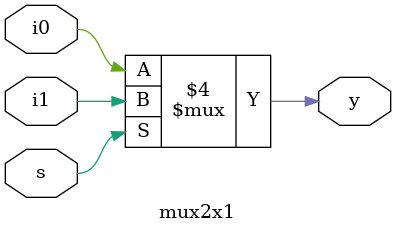
<source format=v>
module mux2x1(i0,i1,s,y);
	input i0,i1,s;
	output reg y;

	//assign y=~s&i0 | s&i1;

	always @(*) begin
		if(s==0) begin 
			y=i0;
		end
		else begin 
			y=i1;
		end

	end

endmodule










</source>
